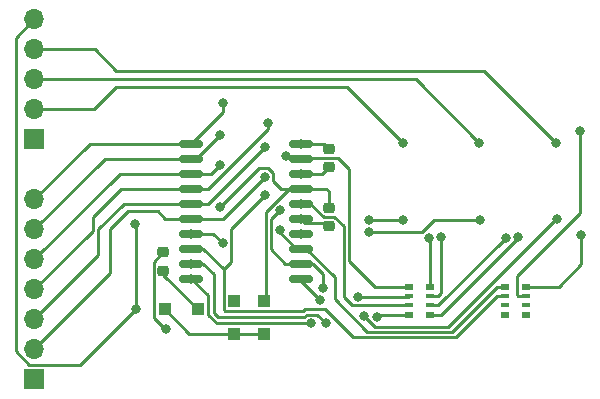
<source format=gtl>
G04 #@! TF.GenerationSoftware,KiCad,Pcbnew,6.0.1-79c1e3a40b~116~ubuntu21.04.1*
G04 #@! TF.CreationDate,2022-02-15T19:11:39-05:00*
G04 #@! TF.ProjectId,ESC_driver,4553435f-6472-4697-9665-722e6b696361,rev?*
G04 #@! TF.SameCoordinates,Original*
G04 #@! TF.FileFunction,Copper,L1,Top*
G04 #@! TF.FilePolarity,Positive*
%FSLAX46Y46*%
G04 Gerber Fmt 4.6, Leading zero omitted, Abs format (unit mm)*
G04 Created by KiCad (PCBNEW 6.0.1-79c1e3a40b~116~ubuntu21.04.1) date 2022-02-15 19:11:39*
%MOMM*%
%LPD*%
G01*
G04 APERTURE LIST*
G04 Aperture macros list*
%AMRoundRect*
0 Rectangle with rounded corners*
0 $1 Rounding radius*
0 $2 $3 $4 $5 $6 $7 $8 $9 X,Y pos of 4 corners*
0 Add a 4 corners polygon primitive as box body*
4,1,4,$2,$3,$4,$5,$6,$7,$8,$9,$2,$3,0*
0 Add four circle primitives for the rounded corners*
1,1,$1+$1,$2,$3*
1,1,$1+$1,$4,$5*
1,1,$1+$1,$6,$7*
1,1,$1+$1,$8,$9*
0 Add four rect primitives between the rounded corners*
20,1,$1+$1,$2,$3,$4,$5,0*
20,1,$1+$1,$4,$5,$6,$7,0*
20,1,$1+$1,$6,$7,$8,$9,0*
20,1,$1+$1,$8,$9,$2,$3,0*%
G04 Aperture macros list end*
G04 #@! TA.AperFunction,SMDPad,CuDef*
%ADD10RoundRect,0.218750X-0.256250X0.218750X-0.256250X-0.218750X0.256250X-0.218750X0.256250X0.218750X0*%
G04 #@! TD*
G04 #@! TA.AperFunction,SMDPad,CuDef*
%ADD11RoundRect,0.218750X0.256250X-0.218750X0.256250X0.218750X-0.256250X0.218750X-0.256250X-0.218750X0*%
G04 #@! TD*
G04 #@! TA.AperFunction,SMDPad,CuDef*
%ADD12R,1.100000X1.100000*%
G04 #@! TD*
G04 #@! TA.AperFunction,SMDPad,CuDef*
%ADD13R,0.800000X0.500000*%
G04 #@! TD*
G04 #@! TA.AperFunction,SMDPad,CuDef*
%ADD14R,0.800000X0.400000*%
G04 #@! TD*
G04 #@! TA.AperFunction,SMDPad,CuDef*
%ADD15RoundRect,0.150000X-0.875000X-0.150000X0.875000X-0.150000X0.875000X0.150000X-0.875000X0.150000X0*%
G04 #@! TD*
G04 #@! TA.AperFunction,ComponentPad*
%ADD16R,1.700000X1.700000*%
G04 #@! TD*
G04 #@! TA.AperFunction,ComponentPad*
%ADD17O,1.700000X1.700000*%
G04 #@! TD*
G04 #@! TA.AperFunction,ViaPad*
%ADD18C,0.800000*%
G04 #@! TD*
G04 #@! TA.AperFunction,Conductor*
%ADD19C,0.250000*%
G04 #@! TD*
G04 APERTURE END LIST*
D10*
X122145000Y-139449500D03*
X122145000Y-141024500D03*
X122145000Y-144449500D03*
X122145000Y-146024500D03*
D11*
X108145000Y-149812000D03*
X108145000Y-148237000D03*
D12*
X114145000Y-152337000D03*
X114145000Y-155137000D03*
X116645000Y-152337000D03*
X116645000Y-155137000D03*
X111045000Y-153037000D03*
X108245000Y-153037000D03*
D13*
X128945000Y-151137000D03*
D14*
X128945000Y-151937000D03*
X128945000Y-152737000D03*
D13*
X128945000Y-153537000D03*
X130745000Y-153537000D03*
D14*
X130745000Y-152737000D03*
X130745000Y-151937000D03*
D13*
X130745000Y-151137000D03*
X138845000Y-153537000D03*
D14*
X138845000Y-152737000D03*
X138845000Y-151937000D03*
D13*
X138845000Y-151137000D03*
X137045000Y-151137000D03*
D14*
X137045000Y-151937000D03*
X137045000Y-152737000D03*
D13*
X137045000Y-153537000D03*
D15*
X110495000Y-139022000D03*
X110495000Y-140292000D03*
X110495000Y-141562000D03*
X110495000Y-142832000D03*
X110495000Y-144102000D03*
X110495000Y-145372000D03*
X110495000Y-146642000D03*
X110495000Y-147912000D03*
X110495000Y-149182000D03*
X110495000Y-150452000D03*
X119795000Y-150452000D03*
X119795000Y-149182000D03*
X119795000Y-147912000D03*
X119795000Y-146642000D03*
X119795000Y-145372000D03*
X119795000Y-144102000D03*
X119795000Y-142832000D03*
X119795000Y-141562000D03*
X119795000Y-140292000D03*
X119795000Y-139022000D03*
D16*
X97175000Y-158999000D03*
D17*
X97175000Y-156459000D03*
X97175000Y-153919000D03*
X97175000Y-151379000D03*
X97175000Y-148839000D03*
X97175000Y-146299000D03*
X97175000Y-143759000D03*
D16*
X97175000Y-138679000D03*
D17*
X97175000Y-136139000D03*
X97175000Y-133599000D03*
X97175000Y-131059000D03*
X97175000Y-128519000D03*
D18*
X110495000Y-146642000D03*
X113170000Y-147450000D03*
X114145000Y-152337000D03*
X119795000Y-139022000D03*
X128445000Y-145537000D03*
X128395000Y-138987000D03*
X119795000Y-141562000D03*
X125520000Y-145537000D03*
X122145000Y-141024500D03*
X112923000Y-144399000D03*
X125520000Y-146537000D03*
X134895000Y-138972000D03*
X119795000Y-145372000D03*
X134945000Y-145537000D03*
X122145000Y-146024500D03*
X111045000Y-153037000D03*
X119795000Y-146642000D03*
X141395000Y-138972000D03*
X121669999Y-151261999D03*
X118003000Y-144653000D03*
X108395000Y-154737000D03*
X125145000Y-153637000D03*
X141445000Y-145437000D03*
X130645000Y-146987000D03*
X137145000Y-146987000D03*
X143520000Y-146737000D03*
X105811000Y-153035000D03*
X116645000Y-155137000D03*
X105733000Y-145796000D03*
X121395000Y-152237000D03*
X108245000Y-153037000D03*
X131645000Y-146937000D03*
X138145000Y-146937000D03*
X143445000Y-137937000D03*
X118511000Y-140081000D03*
X110495000Y-150452000D03*
X120645000Y-154237000D03*
X124645000Y-151987000D03*
X119795000Y-144102000D03*
X126207653Y-153674347D03*
X121895000Y-154237000D03*
X110495000Y-149182000D03*
X118003000Y-146341500D03*
X116733000Y-143383000D03*
X113177000Y-135556980D03*
X112923000Y-138303000D03*
X112923000Y-140843000D03*
X116987000Y-137287000D03*
X116733000Y-139319000D03*
X116733000Y-141859000D03*
D19*
X110495000Y-146642000D02*
X112362000Y-146642000D01*
X112362000Y-146642000D02*
X113170000Y-147450000D01*
X119795000Y-139022000D02*
X121717500Y-139022000D01*
X121717500Y-139022000D02*
X122145000Y-139449500D01*
X119795000Y-141562000D02*
X121607500Y-141562000D01*
X102260000Y-136139000D02*
X97175000Y-136139000D01*
X119752000Y-141605000D02*
X119795000Y-141562000D01*
X128395000Y-138987000D02*
X123647000Y-134239000D01*
X125520000Y-145537000D02*
X128445000Y-145537000D01*
X104160000Y-134239000D02*
X102260000Y-136139000D01*
X121607500Y-141562000D02*
X122145000Y-141024500D01*
X123647000Y-134239000D02*
X104160000Y-134239000D01*
X119795000Y-142832000D02*
X118130408Y-142832000D01*
X116995614Y-141097000D02*
X116225000Y-141097000D01*
X118130408Y-142832000D02*
X117457511Y-142159103D01*
X117457511Y-142159103D02*
X117457511Y-141558897D01*
X118770000Y-142832000D02*
X116820921Y-144781079D01*
X116225000Y-141097000D02*
X112923000Y-144399000D01*
X116820921Y-144781079D02*
X116820921Y-152161079D01*
X119795000Y-142832000D02*
X121936450Y-142832000D01*
X117457511Y-141558897D02*
X116995614Y-141097000D01*
X122145000Y-143040550D02*
X122145000Y-144449500D01*
X121936450Y-142832000D02*
X122145000Y-143040550D01*
X119795000Y-142832000D02*
X118770000Y-142832000D01*
X116820921Y-152161079D02*
X116645000Y-152337000D01*
X129522000Y-133599000D02*
X97175000Y-133599000D01*
X130021995Y-146537003D02*
X131021998Y-145537000D01*
X130021995Y-146537003D02*
X125520003Y-146537003D01*
X125520003Y-146537003D02*
X125520000Y-146537000D01*
X119795000Y-145372000D02*
X120134999Y-145711999D01*
X134895000Y-138972000D02*
X129522000Y-133599000D01*
X120134999Y-145711999D02*
X121832499Y-145711999D01*
X131021998Y-145537000D02*
X134945000Y-145537000D01*
X121832499Y-145711999D02*
X122145000Y-146024500D01*
X108145000Y-149812000D02*
X108145000Y-150137000D01*
X119075236Y-146642000D02*
X119795000Y-146642000D01*
X108145000Y-150137000D02*
X111045000Y-153037000D01*
X117278489Y-145377511D02*
X117278489Y-147992489D01*
X125145000Y-153637000D02*
X126045000Y-154537000D01*
X126045000Y-154537000D02*
X132272180Y-154537000D01*
X108259998Y-154737000D02*
X108395000Y-154737000D01*
X108145000Y-148237000D02*
X107344990Y-149037010D01*
X107344990Y-149037010D02*
X107344990Y-153821992D01*
X135275000Y-132842000D02*
X104160000Y-132842000D01*
X121669999Y-150031999D02*
X121669999Y-151261999D01*
X141372180Y-145437000D02*
X141445000Y-145437000D01*
X104160000Y-132842000D02*
X102377000Y-131059000D01*
X120820000Y-149182000D02*
X121669999Y-150031999D01*
X132272180Y-154537000D02*
X141372180Y-145437000D01*
X117278489Y-147992489D02*
X118468000Y-149182000D01*
X119795000Y-149182000D02*
X120820000Y-149182000D01*
X141395000Y-138962000D02*
X135275000Y-132842000D01*
X107344990Y-153821992D02*
X108259998Y-154737000D01*
X141395000Y-138972000D02*
X141395000Y-138962000D01*
X118003000Y-144653000D02*
X117278489Y-145377511D01*
X118468000Y-149182000D02*
X119795000Y-149182000D01*
X102377000Y-131059000D02*
X97175000Y-131059000D01*
X130745000Y-147087000D02*
X130645000Y-146987000D01*
X130745000Y-151137000D02*
X130745000Y-147087000D01*
X131395000Y-152737000D02*
X130745000Y-152737000D01*
X137145000Y-146987000D02*
X131395000Y-152737000D01*
X143520000Y-149262000D02*
X143520000Y-146737000D01*
X138845000Y-151137000D02*
X141645000Y-151137000D01*
X141645000Y-151137000D02*
X143520000Y-149262000D01*
X105811000Y-145874000D02*
X105811000Y-153035000D01*
X96791990Y-157737000D02*
X101109000Y-157737000D01*
X105733000Y-145796000D02*
X105811000Y-145874000D01*
X108245000Y-153037000D02*
X110345000Y-155137000D01*
X110345000Y-155137000D02*
X114145000Y-155137000D01*
X95645000Y-156590010D02*
X96791990Y-157737000D01*
X119795000Y-150452000D02*
X119795000Y-150637000D01*
X95645000Y-130049000D02*
X95645000Y-156590010D01*
X101109000Y-157737000D02*
X105811000Y-153035000D01*
X116645000Y-155137000D02*
X114145000Y-155137000D01*
X119795000Y-150637000D02*
X121395000Y-152237000D01*
X97175000Y-128519000D02*
X95645000Y-130049000D01*
X130745000Y-151937000D02*
X131395000Y-151937000D01*
X131395000Y-151937000D02*
X131645000Y-151687000D01*
X131645000Y-151687000D02*
X131645000Y-146937000D01*
X138145000Y-147060002D02*
X138145000Y-146937000D01*
X130745000Y-153537000D02*
X131668002Y-153537000D01*
X131668002Y-153537000D02*
X138145000Y-147060002D01*
X138845000Y-151937000D02*
X138195000Y-151937000D01*
X138195000Y-151937000D02*
X138119999Y-151861999D01*
X138119999Y-150262001D02*
X143445000Y-144937000D01*
X138119999Y-151861999D02*
X138119999Y-150262001D01*
X143445000Y-144937000D02*
X143445000Y-137937000D01*
X122895000Y-140237000D02*
X123845030Y-141187030D01*
X119795000Y-140292000D02*
X119850000Y-140237000D01*
X123845030Y-141187030D02*
X123845030Y-148937030D01*
X119584000Y-140081000D02*
X119795000Y-140292000D01*
X118511000Y-140081000D02*
X119584000Y-140081000D01*
X126045000Y-151137000D02*
X128945000Y-151137000D01*
X119850000Y-140237000D02*
X122895000Y-140237000D01*
X123845030Y-148937030D02*
X126045000Y-151137000D01*
X124645000Y-151987000D02*
X128895000Y-151987000D01*
X112645000Y-154237000D02*
X120645000Y-154237000D01*
X110495000Y-150452000D02*
X111920001Y-151877001D01*
X111920001Y-153512001D02*
X112645000Y-154237000D01*
X111920001Y-151877001D02*
X111920001Y-153512001D01*
X128895000Y-151987000D02*
X128945000Y-151937000D01*
X124145000Y-152737000D02*
X123395021Y-151987021D01*
X123395020Y-146030526D02*
X122626484Y-145261990D01*
X120553506Y-144102000D02*
X119795000Y-144102000D01*
X123395021Y-151987021D02*
X123395020Y-146030526D01*
X121713496Y-145261990D02*
X120553506Y-144102000D01*
X122626484Y-145261990D02*
X121713496Y-145261990D01*
X128945000Y-152737000D02*
X124145000Y-152737000D01*
X120071998Y-153737000D02*
X120296999Y-153511999D01*
X111520000Y-149182000D02*
X112395000Y-150057000D01*
X128945000Y-153537000D02*
X126345000Y-153537000D01*
X120296999Y-153511999D02*
X121169999Y-153511999D01*
X112781410Y-153737000D02*
X120071998Y-153737000D01*
X121169999Y-153511999D02*
X121895000Y-154237000D01*
X110495000Y-149182000D02*
X111520000Y-149182000D01*
X112395000Y-153350590D02*
X112781410Y-153737000D01*
X112395000Y-150057000D02*
X112395000Y-153350590D01*
X126345000Y-153537000D02*
X126207653Y-153674347D01*
X122645000Y-150335232D02*
X120221768Y-147912000D01*
X118003000Y-146341500D02*
X118003000Y-146546072D01*
X136395000Y-151137000D02*
X132544990Y-154987010D01*
X125422008Y-154987010D02*
X122645000Y-152210002D01*
X122645000Y-152210002D02*
X122645000Y-150335232D01*
X118003000Y-146546072D02*
X119368928Y-147912000D01*
X132544990Y-154987010D02*
X125422008Y-154987010D01*
X137045000Y-151137000D02*
X136395000Y-151137000D01*
X120221768Y-147912000D02*
X119795000Y-147912000D01*
X119368928Y-147912000D02*
X119795000Y-147912000D01*
X124168022Y-155437020D02*
X121792991Y-153061989D01*
X137045000Y-151937000D02*
X136395000Y-151937000D01*
X132894980Y-155437020D02*
X124168022Y-155437020D01*
X116733000Y-143383000D02*
X113894511Y-146221489D01*
X113269999Y-153111999D02*
X113269999Y-149661999D01*
X119935588Y-153237000D02*
X113395000Y-153237000D01*
X120110599Y-153061989D02*
X119935588Y-153237000D01*
X136395000Y-151937000D02*
X132894980Y-155437020D01*
X121792991Y-153061989D02*
X120110599Y-153061989D01*
X113269999Y-149661999D02*
X111520000Y-147912000D01*
X113395000Y-153237000D02*
X113269999Y-153111999D01*
X113894511Y-146221489D02*
X113894511Y-149037487D01*
X113894511Y-149037487D02*
X113269999Y-149661999D01*
X111520000Y-147912000D02*
X110495000Y-147912000D01*
X113177000Y-136340000D02*
X110495000Y-139022000D01*
X110495000Y-139022000D02*
X101912000Y-139022000D01*
X101912000Y-139022000D02*
X97175000Y-143759000D01*
X113177000Y-135556980D02*
X113177000Y-136340000D01*
X110934000Y-140292000D02*
X112923000Y-138303000D01*
X103182000Y-140292000D02*
X97175000Y-146299000D01*
X110495000Y-140292000D02*
X110934000Y-140292000D01*
X110495000Y-140292000D02*
X103182000Y-140292000D01*
X112923000Y-140843000D02*
X112204000Y-141562000D01*
X112204000Y-141562000D02*
X110495000Y-141562000D01*
X104452000Y-141562000D02*
X110495000Y-141562000D01*
X97175000Y-148839000D02*
X104452000Y-141562000D01*
X116987000Y-137287000D02*
X116987000Y-137803614D01*
X104550000Y-142832000D02*
X102145000Y-145237000D01*
X102145000Y-145237000D02*
X102145000Y-146409000D01*
X110495000Y-142832000D02*
X104550000Y-142832000D01*
X102145000Y-146409000D02*
X97175000Y-151379000D01*
X111958614Y-142832000D02*
X110495000Y-142832000D01*
X116987000Y-137803614D02*
X111958614Y-142832000D01*
X97175000Y-153919000D02*
X102645000Y-148449000D01*
X102645000Y-146237000D02*
X104780000Y-144102000D01*
X116733000Y-139319000D02*
X111950000Y-144102000D01*
X111950000Y-144102000D02*
X110495000Y-144102000D01*
X104780000Y-144102000D02*
X110495000Y-144102000D01*
X102645000Y-148449000D02*
X102645000Y-146237000D01*
X113220000Y-145372000D02*
X116733000Y-141859000D01*
X107645000Y-144737000D02*
X108280000Y-145372000D01*
X103645000Y-149989000D02*
X103645000Y-146237000D01*
X108280000Y-145372000D02*
X110495000Y-145372000D01*
X103645000Y-146237000D02*
X105145000Y-144737000D01*
X105145000Y-144737000D02*
X107645000Y-144737000D01*
X110495000Y-145372000D02*
X113220000Y-145372000D01*
X97175000Y-156459000D02*
X103645000Y-149989000D01*
M02*

</source>
